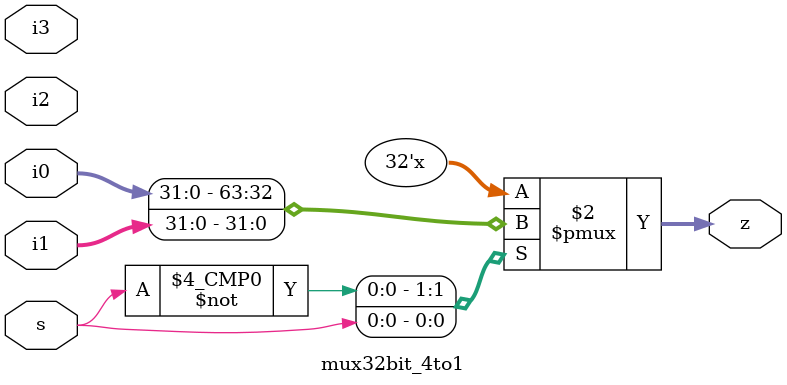
<source format=v>
module mux32bit_4to1(input [31:0] i0, i1,i2,i3,input s,output reg [31:0] z);
	always @(*) 
	begin
		case(s)
			0:z=i0;
			1:z=i1;
			2:z=i2;
			3:z=i3;
		endcase
	end
endmodule

</source>
